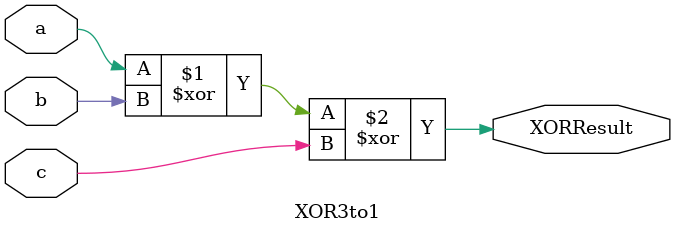
<source format=v>
`timescale 1ns / 1ps
module XOR3to1(a, b, c, XORResult);
    input a;
    input b;
    input c;
    output XORResult;
	
	assign XORResult = a ^ b ^ c;

endmodule

</source>
